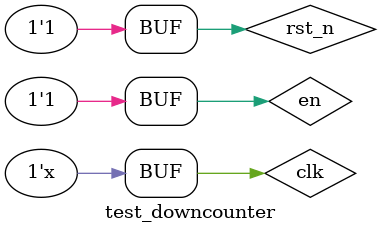
<source format=v>
module test_downcounter;

    wire [3:0] value;
    wire borrow;
    reg clk;
    reg rst_n;
    reg en;
    
    downcounter U0 (value, borrow, 4'd9, 4'd9, clk, rst_n, en);
    
    always
        #10 clk = ~clk;
        
    initial
    begin
        clk = 0; rst_n = 1; en = 0;
        #10 rst_n = 0;
        #10 rst_n = 1; en = 1;
        #30 en = 0;
        #10 en = 1;
    end

endmodule
</source>
